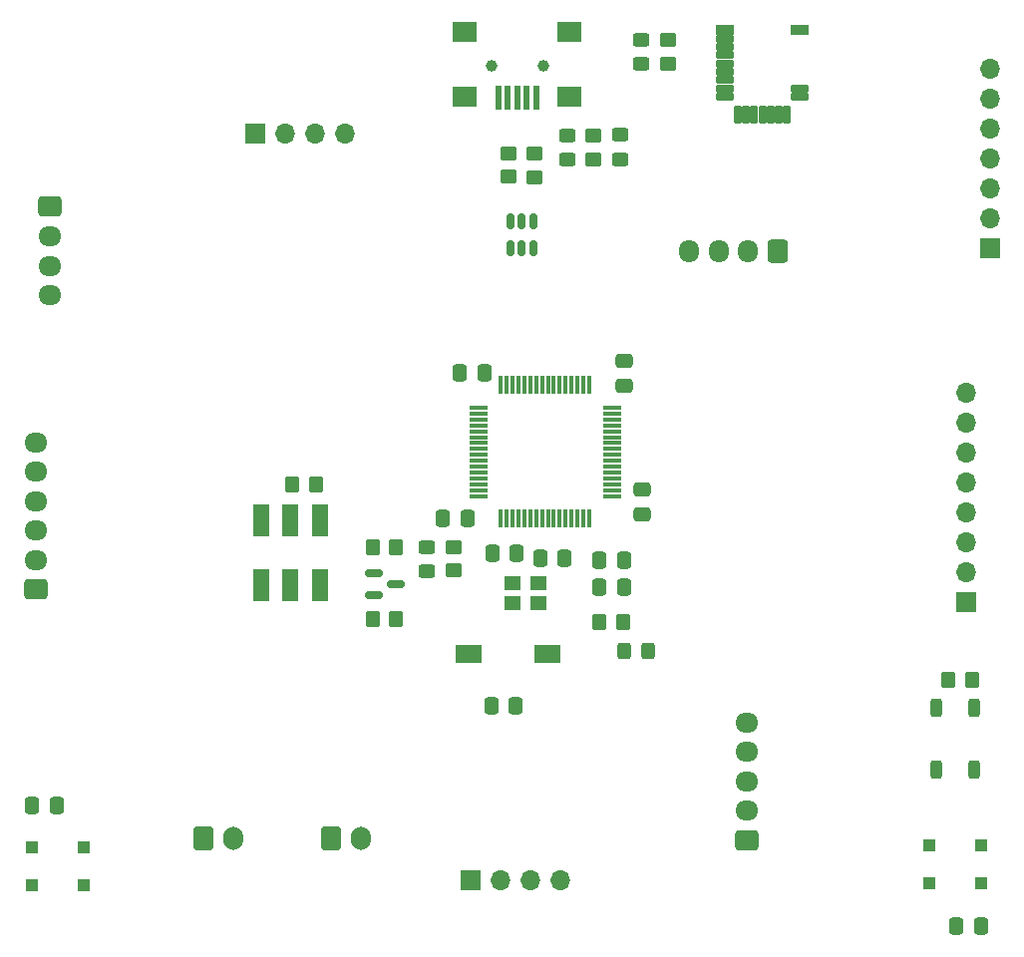
<source format=gbr>
%TF.GenerationSoftware,KiCad,Pcbnew,9.0.1*%
%TF.CreationDate,2025-05-06T13:18:11-06:00*%
%TF.ProjectId,2025_04_STM32F103_RobotBrain,32303235-5f30-4345-9f53-544d33324631,rev?*%
%TF.SameCoordinates,Original*%
%TF.FileFunction,Soldermask,Top*%
%TF.FilePolarity,Negative*%
%FSLAX46Y46*%
G04 Gerber Fmt 4.6, Leading zero omitted, Abs format (unit mm)*
G04 Created by KiCad (PCBNEW 9.0.1) date 2025-05-06 13:18:11*
%MOMM*%
%LPD*%
G01*
G04 APERTURE LIST*
G04 Aperture macros list*
%AMRoundRect*
0 Rectangle with rounded corners*
0 $1 Rounding radius*
0 $2 $3 $4 $5 $6 $7 $8 $9 X,Y pos of 4 corners*
0 Add a 4 corners polygon primitive as box body*
4,1,4,$2,$3,$4,$5,$6,$7,$8,$9,$2,$3,0*
0 Add four circle primitives for the rounded corners*
1,1,$1+$1,$2,$3*
1,1,$1+$1,$4,$5*
1,1,$1+$1,$6,$7*
1,1,$1+$1,$8,$9*
0 Add four rect primitives between the rounded corners*
20,1,$1+$1,$2,$3,$4,$5,0*
20,1,$1+$1,$4,$5,$6,$7,0*
20,1,$1+$1,$6,$7,$8,$9,0*
20,1,$1+$1,$8,$9,$2,$3,0*%
G04 Aperture macros list end*
%ADD10RoundRect,0.250000X-0.450000X0.350000X-0.450000X-0.350000X0.450000X-0.350000X0.450000X0.350000X0*%
%ADD11RoundRect,0.075000X0.075000X-0.700000X0.075000X0.700000X-0.075000X0.700000X-0.075000X-0.700000X0*%
%ADD12RoundRect,0.075000X0.700000X-0.075000X0.700000X0.075000X-0.700000X0.075000X-0.700000X-0.075000X0*%
%ADD13RoundRect,0.250000X0.350000X0.450000X-0.350000X0.450000X-0.350000X-0.450000X0.350000X-0.450000X0*%
%ADD14RoundRect,0.250000X0.450000X-0.350000X0.450000X0.350000X-0.450000X0.350000X-0.450000X-0.350000X0*%
%ADD15RoundRect,0.250000X-0.337500X-0.475000X0.337500X-0.475000X0.337500X0.475000X-0.337500X0.475000X0*%
%ADD16RoundRect,0.250000X-0.600000X-0.750000X0.600000X-0.750000X0.600000X0.750000X-0.600000X0.750000X0*%
%ADD17O,1.700000X2.000000*%
%ADD18R,1.700000X1.700000*%
%ADD19O,1.700000X1.700000*%
%ADD20RoundRect,0.250000X0.725000X-0.600000X0.725000X0.600000X-0.725000X0.600000X-0.725000X-0.600000X0*%
%ADD21O,1.950000X1.700000*%
%ADD22RoundRect,0.250000X0.450000X-0.325000X0.450000X0.325000X-0.450000X0.325000X-0.450000X-0.325000X0*%
%ADD23RoundRect,0.150000X-0.587500X-0.150000X0.587500X-0.150000X0.587500X0.150000X-0.587500X0.150000X0*%
%ADD24RoundRect,0.250000X-0.450000X0.325000X-0.450000X-0.325000X0.450000X-0.325000X0.450000X0.325000X0*%
%ADD25RoundRect,0.250000X-0.350000X-0.450000X0.350000X-0.450000X0.350000X0.450000X-0.350000X0.450000X0*%
%ADD26R,1.000000X1.000000*%
%ADD27RoundRect,0.250000X0.337500X0.475000X-0.337500X0.475000X-0.337500X-0.475000X0.337500X-0.475000X0*%
%ADD28RoundRect,0.250000X-0.725000X0.600000X-0.725000X-0.600000X0.725000X-0.600000X0.725000X0.600000X0*%
%ADD29RoundRect,0.102000X-0.700000X-0.300000X0.700000X-0.300000X0.700000X0.300000X-0.700000X0.300000X0*%
%ADD30RoundRect,0.102000X-0.700000X-0.200000X0.700000X-0.200000X0.700000X0.200000X-0.700000X0.200000X0*%
%ADD31RoundRect,0.102000X-0.200000X-0.700000X0.200000X-0.700000X0.200000X0.700000X-0.200000X0.700000X0*%
%ADD32RoundRect,0.250000X-0.475000X0.337500X-0.475000X-0.337500X0.475000X-0.337500X0.475000X0.337500X0*%
%ADD33RoundRect,0.150000X-0.150000X0.512500X-0.150000X-0.512500X0.150000X-0.512500X0.150000X0.512500X0*%
%ADD34RoundRect,0.250000X0.600000X0.725000X-0.600000X0.725000X-0.600000X-0.725000X0.600000X-0.725000X0*%
%ADD35O,1.700000X1.950000*%
%ADD36R,1.400000X1.200000*%
%ADD37R,2.300000X1.500000*%
%ADD38RoundRect,0.250000X0.325000X0.450000X-0.325000X0.450000X-0.325000X-0.450000X0.325000X-0.450000X0*%
%ADD39RoundRect,0.250000X0.475000X-0.337500X0.475000X0.337500X-0.475000X0.337500X-0.475000X-0.337500X0*%
%ADD40RoundRect,0.250000X-0.250000X0.525000X-0.250000X-0.525000X0.250000X-0.525000X0.250000X0.525000X0*%
%ADD41RoundRect,0.102000X0.600000X1.250000X-0.600000X1.250000X-0.600000X-1.250000X0.600000X-1.250000X0*%
%ADD42C,1.000000*%
%ADD43R,0.500000X2.000000*%
%ADD44R,2.000000X1.700000*%
G04 APERTURE END LIST*
D10*
%TO.C,R2*%
X137680000Y-41715000D03*
X137680000Y-43715000D03*
%TD*%
D11*
%TO.C,U1*%
X136990000Y-72760000D03*
X137490000Y-72760000D03*
X137990000Y-72760000D03*
X138490000Y-72760000D03*
X138990000Y-72760000D03*
X139490000Y-72760000D03*
X139990000Y-72760000D03*
X140490000Y-72760000D03*
X140990000Y-72760000D03*
X141490000Y-72760000D03*
X141990000Y-72760000D03*
X142490000Y-72760000D03*
X142990000Y-72760000D03*
X143490000Y-72760000D03*
X143990000Y-72760000D03*
X144490000Y-72760000D03*
D12*
X146415000Y-70835000D03*
X146415000Y-70335000D03*
X146415000Y-69835000D03*
X146415000Y-69335000D03*
X146415000Y-68835000D03*
X146415000Y-68335000D03*
X146415000Y-67835000D03*
X146415000Y-67335000D03*
X146415000Y-66835000D03*
X146415000Y-66335000D03*
X146415000Y-65835000D03*
X146415000Y-65335000D03*
X146415000Y-64835000D03*
X146415000Y-64335000D03*
X146415000Y-63835000D03*
X146415000Y-63335000D03*
D11*
X144490000Y-61410000D03*
X143990000Y-61410000D03*
X143490000Y-61410000D03*
X142990000Y-61410000D03*
X142490000Y-61410000D03*
X141990000Y-61410000D03*
X141490000Y-61410000D03*
X140990000Y-61410000D03*
X140490000Y-61410000D03*
X139990000Y-61410000D03*
X139490000Y-61410000D03*
X138990000Y-61410000D03*
X138490000Y-61410000D03*
X137990000Y-61410000D03*
X137490000Y-61410000D03*
X136990000Y-61410000D03*
D12*
X135065000Y-63335000D03*
X135065000Y-63835000D03*
X135065000Y-64335000D03*
X135065000Y-64835000D03*
X135065000Y-65335000D03*
X135065000Y-65835000D03*
X135065000Y-66335000D03*
X135065000Y-66835000D03*
X135065000Y-67335000D03*
X135065000Y-67835000D03*
X135065000Y-68335000D03*
X135065000Y-68835000D03*
X135065000Y-69335000D03*
X135065000Y-69835000D03*
X135065000Y-70335000D03*
X135065000Y-70835000D03*
%TD*%
D13*
%TO.C,R9*%
X128117500Y-81300000D03*
X126117500Y-81300000D03*
%TD*%
D14*
%TO.C,R3*%
X139860000Y-43735000D03*
X139860000Y-41735000D03*
%TD*%
D15*
%TO.C,C12*%
X97200000Y-97150000D03*
X99275000Y-97150000D03*
%TD*%
D16*
%TO.C,J6*%
X122580000Y-99900000D03*
D17*
X125080000Y-99900000D03*
%TD*%
D18*
%TO.C,J9*%
X178500000Y-49800000D03*
D19*
X178500000Y-47260000D03*
X178500000Y-44720000D03*
X178500000Y-42180000D03*
X178500000Y-39640000D03*
X178500000Y-37100000D03*
X178500000Y-34560000D03*
%TD*%
D20*
%TO.C,J8*%
X157890000Y-100070000D03*
D21*
X157890000Y-97570000D03*
X157890000Y-95070000D03*
X157890000Y-92570000D03*
X157890000Y-90070000D03*
%TD*%
D18*
%TO.C,J2*%
X176465000Y-79835000D03*
D19*
X176465000Y-77295000D03*
X176465000Y-74755000D03*
X176465000Y-72215000D03*
X176465000Y-69675000D03*
X176465000Y-67135000D03*
X176465000Y-64595000D03*
X176465000Y-62055000D03*
%TD*%
D22*
%TO.C,D4*%
X148920000Y-34110000D03*
X148920000Y-32060000D03*
%TD*%
D23*
%TO.C,Q1*%
X126210000Y-77360000D03*
X126210000Y-79260000D03*
X128085000Y-78310000D03*
%TD*%
D24*
%TO.C,D3*%
X130690000Y-75155000D03*
X130690000Y-77205000D03*
%TD*%
D25*
%TO.C,R5*%
X145347500Y-81570000D03*
X147347500Y-81570000D03*
%TD*%
D26*
%TO.C,LED1*%
X97150000Y-100700000D03*
X97150000Y-103900000D03*
X101550000Y-103900000D03*
X101550000Y-100700000D03*
%TD*%
D24*
%TO.C,F1*%
X142670000Y-40210000D03*
X142670000Y-42260000D03*
%TD*%
D27*
%TO.C,C9*%
X138337500Y-75730000D03*
X136262500Y-75730000D03*
%TD*%
D13*
%TO.C,R10*%
X128117500Y-75210000D03*
X126117500Y-75210000D03*
%TD*%
D18*
%TO.C,J4*%
X116160000Y-40040000D03*
D19*
X118700000Y-40040000D03*
X121240000Y-40040000D03*
X123780000Y-40040000D03*
%TD*%
D25*
%TO.C,R8*%
X175000000Y-86410000D03*
X177000000Y-86410000D03*
%TD*%
D28*
%TO.C,J11*%
X98720000Y-46270000D03*
D21*
X98720000Y-48770000D03*
X98720000Y-51270000D03*
X98720000Y-53770000D03*
%TD*%
D29*
%TO.C,MDBT42T-AT1*%
X156000000Y-31200000D03*
D30*
X156000000Y-32000000D03*
X156000000Y-32700000D03*
X156000000Y-33400000D03*
X156000000Y-34100000D03*
X156000000Y-34800000D03*
X156000000Y-35500000D03*
X156000000Y-36200000D03*
X156000000Y-36900000D03*
D31*
X157100000Y-38400000D03*
X157800000Y-38400000D03*
X158500000Y-38400000D03*
X159200000Y-38400000D03*
X159900000Y-38400000D03*
X160600000Y-38400000D03*
X161300000Y-38400000D03*
D30*
X162400000Y-36900000D03*
X162400000Y-36200000D03*
D29*
X162400000Y-31200000D03*
%TD*%
D27*
%TO.C,C2*%
X135577500Y-60340000D03*
X133502500Y-60340000D03*
%TD*%
D10*
%TO.C,R6*%
X132960000Y-75150000D03*
X132960000Y-77150000D03*
%TD*%
D14*
%TO.C,R7*%
X151150000Y-34085000D03*
X151150000Y-32085000D03*
%TD*%
D32*
%TO.C,C4*%
X148960000Y-70302500D03*
X148960000Y-72377500D03*
%TD*%
D33*
%TO.C,U2*%
X139730000Y-47510000D03*
X138780000Y-47510000D03*
X137830000Y-47510000D03*
X137830000Y-49785000D03*
X138780000Y-49785000D03*
X139730000Y-49785000D03*
%TD*%
D15*
%TO.C,C5*%
X145352500Y-76290000D03*
X147427500Y-76290000D03*
%TD*%
D18*
%TO.C,J3*%
X134460000Y-103485000D03*
D19*
X137000000Y-103485000D03*
X139540000Y-103485000D03*
X142080000Y-103485000D03*
%TD*%
D34*
%TO.C,J7*%
X160500000Y-50000000D03*
D35*
X158000000Y-50000000D03*
X155500000Y-50000000D03*
X153000000Y-50000000D03*
%TD*%
D36*
%TO.C,Y2*%
X137952500Y-79920000D03*
X140152500Y-79920000D03*
X140152500Y-78220000D03*
X137952500Y-78220000D03*
%TD*%
D37*
%TO.C,SW1*%
X134220000Y-84280000D03*
X140920000Y-84280000D03*
%TD*%
D15*
%TO.C,C6*%
X145352500Y-78580000D03*
X147427500Y-78580000D03*
%TD*%
D17*
%TO.C,J5*%
X114250000Y-99875000D03*
D16*
X111750000Y-99875000D03*
%TD*%
D38*
%TO.C,D2*%
X149492500Y-83950000D03*
X147442500Y-83950000D03*
%TD*%
D27*
%TO.C,C1*%
X134137500Y-72690000D03*
X132062500Y-72690000D03*
%TD*%
D26*
%TO.C,LED2*%
X177760000Y-103740000D03*
X177760000Y-100540000D03*
X173360000Y-100540000D03*
X173360000Y-103740000D03*
%TD*%
D15*
%TO.C,C8*%
X140312500Y-76140000D03*
X142387500Y-76140000D03*
%TD*%
D13*
%TO.C,R1*%
X121300000Y-69810000D03*
X119300000Y-69810000D03*
%TD*%
D20*
%TO.C,J10*%
X97510000Y-78760000D03*
D21*
X97510000Y-76260000D03*
X97510000Y-73760000D03*
X97510000Y-71260000D03*
X97510000Y-68760000D03*
X97510000Y-66260000D03*
%TD*%
D39*
%TO.C,C3*%
X147470000Y-61457500D03*
X147470000Y-59382500D03*
%TD*%
D40*
%TO.C,SW2*%
X177200000Y-88835000D03*
X177200000Y-94085000D03*
X174000000Y-88835000D03*
X174000000Y-94085000D03*
%TD*%
D22*
%TO.C,D1*%
X147160000Y-42210000D03*
X147160000Y-40160000D03*
%TD*%
D41*
%TO.C,S1*%
X121610000Y-72880000D03*
X119110000Y-72880000D03*
X116610000Y-72880000D03*
X121610000Y-78380000D03*
X119110000Y-78380000D03*
X116610000Y-78380000D03*
%TD*%
D27*
%TO.C,C11*%
X177747500Y-107320000D03*
X175672500Y-107320000D03*
%TD*%
D42*
%TO.C,J1*%
X140580000Y-34300000D03*
X136180000Y-34300000D03*
D43*
X139980000Y-37000000D03*
X139180000Y-37000000D03*
X138380000Y-37000000D03*
X137580000Y-37000000D03*
X136780000Y-37000000D03*
D44*
X142830000Y-36900000D03*
X142830000Y-31450000D03*
X133930000Y-36900000D03*
X133930000Y-31450000D03*
%TD*%
D27*
%TO.C,C7*%
X138247500Y-88630000D03*
X136172500Y-88630000D03*
%TD*%
D14*
%TO.C,R4*%
X144880000Y-42215000D03*
X144880000Y-40215000D03*
%TD*%
M02*

</source>
